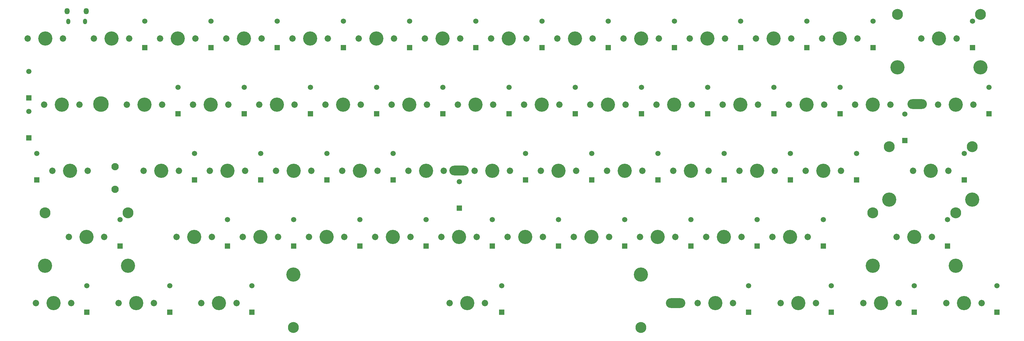
<source format=gbr>
G04 #@! TF.GenerationSoftware,KiCad,Pcbnew,(5.1.6-0-10_14)*
G04 #@! TF.CreationDate,2020-07-08T09:47:10+09:00*
G04 #@! TF.ProjectId,reviung61,72657669-756e-4673-9631-2e6b69636164,1.0*
G04 #@! TF.SameCoordinates,Original*
G04 #@! TF.FileFunction,Soldermask,Top*
G04 #@! TF.FilePolarity,Negative*
%FSLAX46Y46*%
G04 Gerber Fmt 4.6, Leading zero omitted, Abs format (unit mm)*
G04 Created by KiCad (PCBNEW (5.1.6-0-10_14)) date 2020-07-08 09:47:10*
%MOMM*%
%LPD*%
G01*
G04 APERTURE LIST*
%ADD10C,4.087800*%
%ADD11C,1.850000*%
%ADD12C,3.148000*%
%ADD13O,5.600000X2.800000*%
%ADD14C,0.800000*%
%ADD15C,4.500000*%
%ADD16R,1.497000X1.497000*%
%ADD17C,1.497000*%
%ADD18O,1.200000X1.600000*%
%ADD19O,1.450000X1.800000*%
%ADD20C,2.100000*%
G04 APERTURE END LIST*
D10*
X150870000Y-105650000D03*
D11*
X145790000Y-105650000D03*
X155950000Y-105650000D03*
D12*
X100870100Y-112635000D03*
X200869900Y-112635000D03*
D10*
X100870100Y-97395000D03*
X200869900Y-97395000D03*
X55630000Y-105650000D03*
D11*
X50550000Y-105650000D03*
X60710000Y-105650000D03*
D13*
X148470000Y-67450000D03*
X280350000Y-48340000D03*
X210790000Y-105660000D03*
D14*
X46646726Y-47173274D03*
X45480000Y-46690000D03*
X44313274Y-47173274D03*
X43830000Y-48340000D03*
X44313274Y-49506726D03*
X45480000Y-49990000D03*
X46646726Y-49506726D03*
X47130000Y-48340000D03*
D15*
X45480000Y-48340000D03*
D10*
X29450000Y-29420000D03*
D11*
X24370000Y-29420000D03*
X34530000Y-29420000D03*
X53580000Y-29450000D03*
X43420000Y-29450000D03*
D10*
X48500000Y-29450000D03*
X67550000Y-29450000D03*
D11*
X62470000Y-29450000D03*
X72630000Y-29450000D03*
X91680000Y-29450000D03*
X81520000Y-29450000D03*
D10*
X86600000Y-29450000D03*
D11*
X110730000Y-29450000D03*
X100570000Y-29450000D03*
D10*
X105650000Y-29450000D03*
X124700000Y-29450000D03*
D11*
X119620000Y-29450000D03*
X129780000Y-29450000D03*
X148830000Y-29450000D03*
X138670000Y-29450000D03*
D10*
X143750000Y-29450000D03*
D11*
X167880000Y-29450000D03*
X157720000Y-29450000D03*
D10*
X162800000Y-29450000D03*
D11*
X186930000Y-29450000D03*
X176770000Y-29450000D03*
D10*
X181850000Y-29450000D03*
D11*
X205980000Y-29450000D03*
X195820000Y-29450000D03*
D10*
X200900000Y-29450000D03*
D11*
X225030000Y-29450000D03*
X214870000Y-29450000D03*
D10*
X219950000Y-29450000D03*
X239000000Y-29450000D03*
D11*
X233920000Y-29450000D03*
X244080000Y-29450000D03*
X263130000Y-29450000D03*
X252970000Y-29450000D03*
D10*
X258050000Y-29450000D03*
X286625000Y-29450000D03*
D11*
X281545000Y-29450000D03*
X291705000Y-29450000D03*
D12*
X274687000Y-22465000D03*
X298563000Y-22465000D03*
D10*
X274687000Y-37705000D03*
X298563000Y-37705000D03*
D11*
X39292500Y-48500000D03*
X29132500Y-48500000D03*
D10*
X34212500Y-48500000D03*
D11*
X63105000Y-48500000D03*
X52945000Y-48500000D03*
D10*
X58025000Y-48500000D03*
D11*
X82155000Y-48500000D03*
X71995000Y-48500000D03*
D10*
X77075000Y-48500000D03*
D11*
X101205000Y-48500000D03*
X91045000Y-48500000D03*
D10*
X96125000Y-48500000D03*
D11*
X120255000Y-48500000D03*
X110095000Y-48500000D03*
D10*
X115175000Y-48500000D03*
D11*
X139305000Y-48500000D03*
X129145000Y-48500000D03*
D10*
X134225000Y-48500000D03*
D11*
X158355000Y-48500000D03*
X148195000Y-48500000D03*
D10*
X153275000Y-48500000D03*
D11*
X177405000Y-48500000D03*
X167245000Y-48500000D03*
D10*
X172325000Y-48500000D03*
D11*
X196455000Y-48500000D03*
X186295000Y-48500000D03*
D10*
X191375000Y-48500000D03*
D11*
X215505000Y-48500000D03*
X205345000Y-48500000D03*
D10*
X210425000Y-48500000D03*
D11*
X234555000Y-48500000D03*
X224395000Y-48500000D03*
D10*
X229475000Y-48500000D03*
D11*
X253605000Y-48500000D03*
X243445000Y-48500000D03*
D10*
X248525000Y-48500000D03*
D11*
X272655000Y-48500000D03*
X262495000Y-48500000D03*
D10*
X267575000Y-48500000D03*
D11*
X296467500Y-48500000D03*
X286307500Y-48500000D03*
D10*
X291387500Y-48500000D03*
D11*
X41673750Y-67550000D03*
X31513750Y-67550000D03*
D10*
X36593750Y-67550000D03*
D11*
X67867500Y-67550000D03*
X57707500Y-67550000D03*
D10*
X62787500Y-67550000D03*
D11*
X86917500Y-67550000D03*
X76757500Y-67550000D03*
D10*
X81837500Y-67550000D03*
D11*
X105967500Y-67550000D03*
X95807500Y-67550000D03*
D10*
X100887500Y-67550000D03*
X119937500Y-67550000D03*
D11*
X114857500Y-67550000D03*
X125017500Y-67550000D03*
X144067500Y-67550000D03*
X133907500Y-67550000D03*
D10*
X138987500Y-67550000D03*
X158037500Y-67550000D03*
D11*
X152957500Y-67550000D03*
X163117500Y-67550000D03*
D10*
X177087500Y-67550000D03*
D11*
X172007500Y-67550000D03*
X182167500Y-67550000D03*
D10*
X196137500Y-67550000D03*
D11*
X191057500Y-67550000D03*
X201217500Y-67550000D03*
D10*
X215187500Y-67550000D03*
D11*
X210107500Y-67550000D03*
X220267500Y-67550000D03*
D10*
X234237500Y-67550000D03*
D11*
X229157500Y-67550000D03*
X239317500Y-67550000D03*
D10*
X253287500Y-67550000D03*
D11*
X248207500Y-67550000D03*
X258367500Y-67550000D03*
D10*
X284243750Y-67550000D03*
D11*
X279163750Y-67550000D03*
X289323750Y-67550000D03*
D12*
X272305750Y-60565000D03*
X296181750Y-60565000D03*
D10*
X272305750Y-75805000D03*
X296181750Y-75805000D03*
X53294250Y-94855000D03*
X29418250Y-94855000D03*
D12*
X53294250Y-79615000D03*
X29418250Y-79615000D03*
D11*
X46436250Y-86600000D03*
X36276250Y-86600000D03*
D10*
X41356250Y-86600000D03*
X72312500Y-86600000D03*
D11*
X67232500Y-86600000D03*
X77392500Y-86600000D03*
D10*
X91362500Y-86600000D03*
D11*
X86282500Y-86600000D03*
X96442500Y-86600000D03*
D10*
X110412500Y-86600000D03*
D11*
X105332500Y-86600000D03*
X115492500Y-86600000D03*
D10*
X129462500Y-86600000D03*
D11*
X124382500Y-86600000D03*
X134542500Y-86600000D03*
D10*
X148512500Y-86600000D03*
D11*
X143432500Y-86600000D03*
X153592500Y-86600000D03*
D10*
X167562500Y-86600000D03*
D11*
X162482500Y-86600000D03*
X172642500Y-86600000D03*
D10*
X186612500Y-86600000D03*
D11*
X181532500Y-86600000D03*
X191692500Y-86600000D03*
D10*
X205662500Y-86600000D03*
D11*
X200582500Y-86600000D03*
X210742500Y-86600000D03*
D10*
X224712500Y-86600000D03*
D11*
X219632500Y-86600000D03*
X229792500Y-86600000D03*
D10*
X243762500Y-86600000D03*
D11*
X238682500Y-86600000D03*
X248842500Y-86600000D03*
D10*
X279481250Y-86600000D03*
D11*
X274401250Y-86600000D03*
X284561250Y-86600000D03*
D12*
X267543250Y-79615000D03*
X291419250Y-79615000D03*
D10*
X267543250Y-94855000D03*
X291419250Y-94855000D03*
X31831250Y-105650000D03*
D11*
X26751250Y-105650000D03*
X36911250Y-105650000D03*
D10*
X79410000Y-105650000D03*
D11*
X74330000Y-105650000D03*
X84490000Y-105650000D03*
D10*
X222290000Y-105650000D03*
D11*
X217210000Y-105650000D03*
X227370000Y-105650000D03*
D10*
X246090000Y-105650000D03*
D11*
X241010000Y-105650000D03*
X251170000Y-105650000D03*
D10*
X269910000Y-105650000D03*
D11*
X264830000Y-105650000D03*
X274990000Y-105650000D03*
D10*
X293770000Y-105650000D03*
D11*
X288690000Y-105650000D03*
X298850000Y-105650000D03*
D16*
X24750000Y-46530000D03*
D17*
X24750000Y-38910000D03*
D16*
X58100000Y-32060000D03*
D17*
X58100000Y-24440000D03*
D16*
X77150000Y-32060000D03*
D17*
X77150000Y-24440000D03*
D16*
X96200000Y-32060000D03*
D17*
X96200000Y-24440000D03*
D16*
X115250000Y-32060000D03*
D17*
X115250000Y-24440000D03*
D16*
X134300000Y-32060000D03*
D17*
X134300000Y-24440000D03*
D16*
X153350000Y-32060000D03*
D17*
X153350000Y-24440000D03*
D16*
X172400000Y-32060000D03*
D17*
X172400000Y-24440000D03*
D16*
X191450000Y-32060000D03*
D17*
X191450000Y-24440000D03*
D16*
X210500000Y-32060000D03*
D17*
X210500000Y-24440000D03*
D16*
X229550000Y-32060000D03*
D17*
X229550000Y-24440000D03*
D16*
X248600000Y-32060000D03*
D17*
X248600000Y-24440000D03*
D16*
X267650000Y-32060000D03*
D17*
X267650000Y-24440000D03*
D16*
X296225000Y-32060000D03*
D17*
X296225000Y-24440000D03*
D16*
X24750000Y-58060000D03*
D17*
X24750000Y-50440000D03*
D16*
X67625000Y-51110000D03*
D17*
X67625000Y-43490000D03*
D16*
X86675000Y-51110000D03*
D17*
X86675000Y-43490000D03*
D16*
X105725000Y-51110000D03*
D17*
X105725000Y-43490000D03*
D16*
X124775000Y-51110000D03*
D17*
X124775000Y-43490000D03*
D16*
X143825000Y-51110000D03*
D17*
X143825000Y-43490000D03*
D16*
X162875000Y-51110000D03*
D17*
X162875000Y-43490000D03*
D16*
X181925000Y-51110000D03*
D17*
X181925000Y-43490000D03*
D16*
X200975000Y-51110000D03*
D17*
X200975000Y-43490000D03*
D16*
X220025000Y-51110000D03*
D17*
X220025000Y-43490000D03*
D16*
X239075000Y-51110000D03*
D17*
X239075000Y-43490000D03*
D16*
X258125000Y-51110000D03*
D17*
X258125000Y-43490000D03*
D16*
X276750000Y-58785000D03*
D17*
X276750000Y-51165000D03*
D16*
X300987500Y-51110000D03*
D17*
X300987500Y-43490000D03*
D16*
X27040000Y-70160000D03*
D17*
X27040000Y-62540000D03*
D16*
X72387500Y-70160000D03*
D17*
X72387500Y-62540000D03*
D16*
X91437500Y-70160000D03*
D17*
X91437500Y-62540000D03*
X110487500Y-62540000D03*
D16*
X110487500Y-70160000D03*
D17*
X129537500Y-62540000D03*
D16*
X129537500Y-70160000D03*
D17*
X148587500Y-70690000D03*
D16*
X148587500Y-78310000D03*
D17*
X167637500Y-62540000D03*
D16*
X167637500Y-70160000D03*
D17*
X186687500Y-62540000D03*
D16*
X186687500Y-70160000D03*
D17*
X205737500Y-62540000D03*
D16*
X205737500Y-70160000D03*
D17*
X224787500Y-62540000D03*
D16*
X224787500Y-70160000D03*
D17*
X243837500Y-62540000D03*
D16*
X243837500Y-70160000D03*
D17*
X262887500Y-62540000D03*
D16*
X262887500Y-70160000D03*
D17*
X293847500Y-62540000D03*
D16*
X293847500Y-70160000D03*
D17*
X50956250Y-81590000D03*
D16*
X50956250Y-89210000D03*
D17*
X81912500Y-81590000D03*
D16*
X81912500Y-89210000D03*
D17*
X100962500Y-81590000D03*
D16*
X100962500Y-89210000D03*
D17*
X120012500Y-81590000D03*
D16*
X120012500Y-89210000D03*
D17*
X139062500Y-81590000D03*
D16*
X139062500Y-89210000D03*
D17*
X158112500Y-81590000D03*
D16*
X158112500Y-89210000D03*
D17*
X177162500Y-81590000D03*
D16*
X177162500Y-89210000D03*
D17*
X196212500Y-81590000D03*
D16*
X196212500Y-89210000D03*
D17*
X215262500Y-81590000D03*
D16*
X215262500Y-89210000D03*
D17*
X234312500Y-81590000D03*
D16*
X234312500Y-89210000D03*
D17*
X253362500Y-81590000D03*
D16*
X253362500Y-89210000D03*
D17*
X289020000Y-81590000D03*
D16*
X289020000Y-89210000D03*
D17*
X41431250Y-100640000D03*
D16*
X41431250Y-108260000D03*
D17*
X65243750Y-100640000D03*
D16*
X65243750Y-108260000D03*
D17*
X88930000Y-100640000D03*
D16*
X88930000Y-108260000D03*
D17*
X160760000Y-100640000D03*
D16*
X160760000Y-108260000D03*
D17*
X231810000Y-100640000D03*
D16*
X231810000Y-108260000D03*
D17*
X255610000Y-100640000D03*
D16*
X255610000Y-108260000D03*
D17*
X279460000Y-100640000D03*
D16*
X279460000Y-108260000D03*
D17*
X303300000Y-100640000D03*
D16*
X303300000Y-108260000D03*
D18*
X36045000Y-24545000D03*
X40885000Y-24545000D03*
D19*
X35735000Y-21545000D03*
X41195000Y-21545000D03*
D20*
X49500000Y-66360000D03*
X49500000Y-72860000D03*
M02*

</source>
